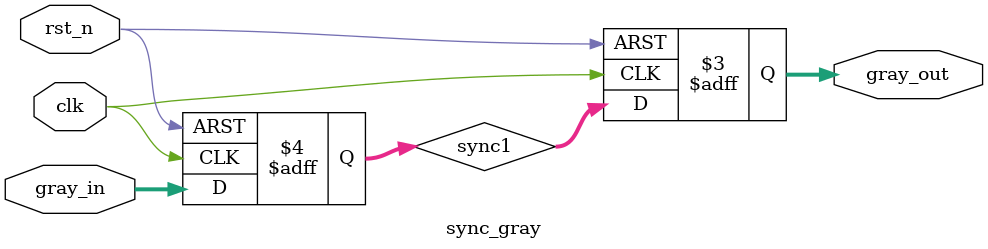
<source format=v>
`timescale 1ns / 1ps
module sync_gray #(parameter ADDR_WIDTH = 4)(
    input clk,
    input rst_n,
    input [ADDR_WIDTH:0]gray_in,
    output reg [ADDR_WIDTH:0]gray_out
);
    reg [ADDR_WIDTH:0]sync1;

    always @(posedge clk or negedge rst_n)begin
        if (!rst_n)begin
            sync1 <= 0;
            gray_out <= 0;
        end else begin
            sync1 <= gray_in;
            gray_out <= sync1;
        end
    end
endmodule


</source>
